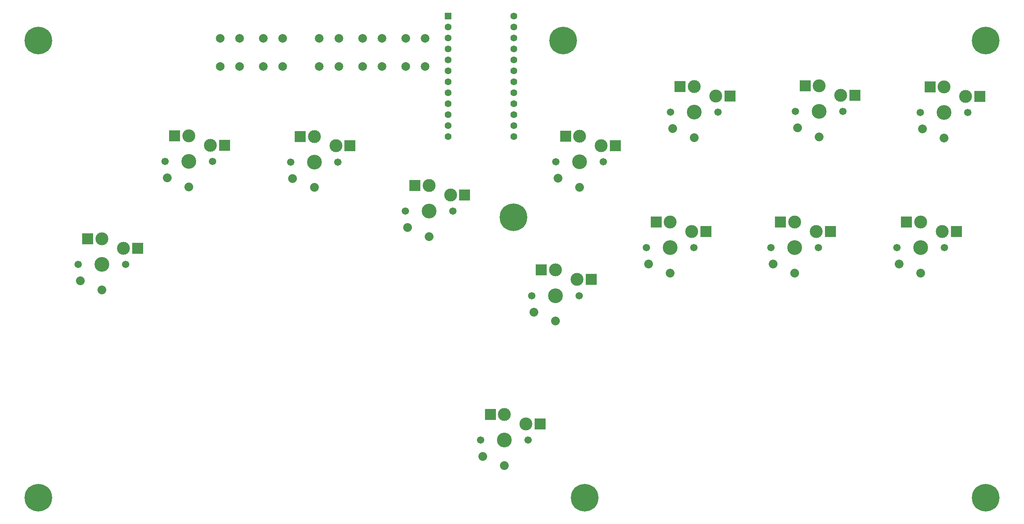
<source format=gbs>
%TF.GenerationSoftware,KiCad,Pcbnew,(6.0.7)*%
%TF.CreationDate,2022-08-14T15:20:51+10:00*%
%TF.ProjectId,Flatbox-rev1_1,466c6174-626f-4782-9d72-6576315f312e,rev?*%
%TF.SameCoordinates,Original*%
%TF.FileFunction,Soldermask,Bot*%
%TF.FilePolarity,Negative*%
%FSLAX46Y46*%
G04 Gerber Fmt 4.6, Leading zero omitted, Abs format (unit mm)*
G04 Created by KiCad (PCBNEW (6.0.7)) date 2022-08-14 15:20:51*
%MOMM*%
%LPD*%
G01*
G04 APERTURE LIST*
%ADD10C,3.000000*%
%ADD11C,1.701800*%
%ADD12C,3.429000*%
%ADD13C,2.032000*%
%ADD14R,2.600000X2.600000*%
%ADD15C,6.400000*%
%ADD16C,2.000000*%
%ADD17R,1.600000X1.600000*%
%ADD18C,1.600000*%
G04 APERTURE END LIST*
D10*
X102407600Y-64198400D03*
D11*
X96907600Y-70148400D03*
X107907600Y-70148400D03*
D10*
X107407600Y-66398400D03*
D12*
X102407600Y-70148400D03*
D13*
X102407600Y-76048400D03*
D14*
X99132600Y-64198400D03*
X110682600Y-66398400D03*
D13*
X97407600Y-73948400D03*
D11*
X134507600Y-81498400D03*
X123507600Y-81498400D03*
D10*
X129007600Y-75548400D03*
X134007600Y-77748400D03*
D12*
X129007600Y-81498400D03*
D13*
X129007600Y-87398400D03*
D14*
X125732600Y-75548400D03*
D13*
X124007600Y-85298400D03*
D14*
X137282600Y-77748400D03*
D10*
X146507600Y-128648400D03*
X151507600Y-130848400D03*
D11*
X152007600Y-134598400D03*
X141007600Y-134598400D03*
D12*
X146507600Y-134598400D03*
D14*
X143232600Y-128648400D03*
D13*
X146507600Y-140498400D03*
X141507600Y-138398400D03*
D14*
X154782600Y-130848400D03*
D11*
X158447600Y-70088400D03*
D12*
X163947600Y-70088400D03*
D10*
X168947600Y-66338400D03*
X163947600Y-64138400D03*
D11*
X169447600Y-70088400D03*
D13*
X163947600Y-75988400D03*
D14*
X160672600Y-64138400D03*
X172222600Y-66338400D03*
D13*
X158947600Y-73888400D03*
X185507600Y-62358400D03*
D14*
X198782600Y-54808400D03*
D13*
X190507600Y-64458400D03*
D14*
X187232600Y-52608400D03*
D10*
X195507600Y-54808400D03*
D12*
X190507600Y-58558400D03*
D10*
X190507600Y-52608400D03*
D11*
X196007600Y-58558400D03*
X185007600Y-58558400D03*
D10*
X219477600Y-52488400D03*
X224477600Y-54688400D03*
D11*
X213977600Y-58438400D03*
D12*
X219477600Y-58438400D03*
D11*
X224977600Y-58438400D03*
D13*
X219477600Y-64338400D03*
D14*
X216202600Y-52488400D03*
X227752600Y-54688400D03*
D13*
X214477600Y-62238400D03*
D10*
X253447600Y-54928400D03*
D12*
X248447600Y-58678400D03*
D11*
X253947600Y-58678400D03*
X242947600Y-58678400D03*
D10*
X248447600Y-52728400D03*
D13*
X248447600Y-64578400D03*
D14*
X245172600Y-52728400D03*
X256722600Y-54928400D03*
D13*
X243447600Y-62478400D03*
D12*
X158337600Y-101128400D03*
D10*
X158337600Y-95178400D03*
D11*
X152837600Y-101128400D03*
X163837600Y-101128400D03*
D10*
X163337600Y-97378400D03*
D14*
X155062600Y-95178400D03*
D13*
X158337600Y-107028400D03*
X153337600Y-104928400D03*
D14*
X166612600Y-97378400D03*
D10*
X189947600Y-86268400D03*
X184947600Y-84068400D03*
D11*
X179447600Y-90018400D03*
D12*
X184947600Y-90018400D03*
D11*
X190447600Y-90018400D03*
D13*
X184947600Y-95918400D03*
D14*
X181672600Y-84068400D03*
D13*
X179947600Y-93818400D03*
D14*
X193222600Y-86268400D03*
D12*
X213797600Y-90018400D03*
D10*
X218797600Y-86268400D03*
X213797600Y-84068400D03*
D11*
X208297600Y-90018400D03*
X219297600Y-90018400D03*
D14*
X210522600Y-84068400D03*
D13*
X213797600Y-95918400D03*
D14*
X222072600Y-86268400D03*
D13*
X208797600Y-93818400D03*
D10*
X243007600Y-84068400D03*
D11*
X248507600Y-90018400D03*
X237507600Y-90018400D03*
D10*
X248007600Y-86268400D03*
D12*
X243007600Y-90018400D03*
D13*
X243007600Y-95918400D03*
D14*
X239732600Y-84068400D03*
D13*
X238007600Y-93818400D03*
D14*
X251282600Y-86268400D03*
D15*
X38403134Y-41978400D03*
X38403134Y-147978400D03*
X258087600Y-147978400D03*
X258087600Y-41978400D03*
D11*
X67812600Y-70028400D03*
D10*
X78312600Y-66278400D03*
X73312600Y-64078400D03*
D11*
X78812600Y-70028400D03*
D12*
X73312600Y-70028400D03*
D13*
X73312600Y-75928400D03*
D14*
X70037600Y-64078400D03*
X81587600Y-66278400D03*
D13*
X68312600Y-73828400D03*
D15*
X160087600Y-41978400D03*
D16*
X103587600Y-41478400D03*
X103587600Y-47978400D03*
X108087600Y-41478400D03*
X108087600Y-47978400D03*
X80587600Y-41478400D03*
X80587600Y-47978400D03*
X85087600Y-47978400D03*
X85087600Y-41478400D03*
X113587600Y-41478400D03*
X113587600Y-47978400D03*
X118087600Y-47978400D03*
X118087600Y-41478400D03*
D10*
X53187600Y-87928400D03*
X58187600Y-90128400D03*
D12*
X53187600Y-93878400D03*
D11*
X47687600Y-93878400D03*
X58687600Y-93878400D03*
D13*
X53187600Y-99778400D03*
D14*
X49912600Y-87928400D03*
D13*
X48187600Y-97678400D03*
D14*
X61462600Y-90128400D03*
D16*
X90587600Y-47978400D03*
X90587600Y-41478400D03*
X95087600Y-41478400D03*
X95087600Y-47978400D03*
X123587600Y-41478400D03*
X123587600Y-47978400D03*
X128087600Y-41478400D03*
X128087600Y-47978400D03*
D15*
X148587600Y-82978400D03*
X165087600Y-147978400D03*
D17*
X133467600Y-36258400D03*
D18*
X133467600Y-38798400D03*
X133467600Y-41338400D03*
X133467600Y-43878400D03*
X133467600Y-46418400D03*
X133467600Y-48958400D03*
X133467600Y-51498400D03*
X133467600Y-54038400D03*
X133467600Y-56578400D03*
X133467600Y-59118400D03*
X133467600Y-61658400D03*
X133467600Y-64198400D03*
X148707600Y-64198400D03*
X148707600Y-61658400D03*
X148707600Y-59118400D03*
X148707600Y-56578400D03*
X148707600Y-54038400D03*
X148707600Y-51498400D03*
X148707600Y-48958400D03*
X148707600Y-46418400D03*
X148707600Y-43878400D03*
X148707600Y-41338400D03*
X148707600Y-38798400D03*
X148707600Y-36258400D03*
M02*

</source>
